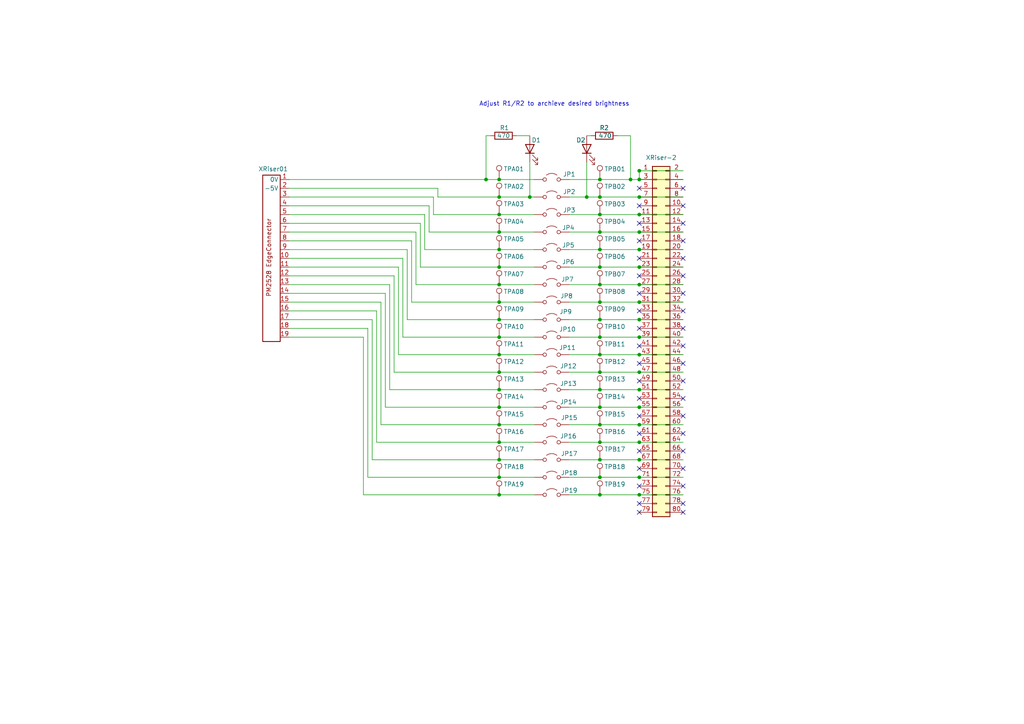
<source format=kicad_sch>
(kicad_sch (version 20250114) (generator "eeschema") (generator_version "9.0")
  (paper "A4")
  (title_block (title "PM2528 - Plugincard Riser") (date "2025-08-06") (rev "2.1") (company "D. Kupers"))
  (lib_symbols
    (symbol "Connector:TestPoint" (pin_numbers (hide yes)) (pin_names (offset 0.762) (hide yes))
      (property "Reference" "TP" (at 0 6.858 0))
      (property "Value" "TestPoint" (at 0 5.08 0))
      (symbol "TestPoint_0_1"
        (circle (center 0 3.302) (radius 0.762))
      )
      (symbol "TestPoint_1_1"
        (pin passive line (at 0 0 90) (length 2.54) (name "1") (number "1"))
      )
    )
    (symbol "Connector_Generic:Conn_02x40_Odd_Even" (pin_names (offset 1.016) (hide yes))
      (property "Reference" "J" (at 1.27 50.8 0))
      (property "Value" "Conn_02x40_Odd_Even" (at 1.27 -53.34 0))
      (symbol "Conn_02x40_Odd_Even_1_1"
        (rectangle (start -1.27 49.53) (end 3.81 -52.07) (stroke (width 0.254)) (fill (type background)))
        (rectangle (start -1.27 48.387) (end 0 48.133) (stroke (width 0.1524)))
        (rectangle (start -1.27 45.847) (end 0 45.593) (stroke (width 0.1524)))
        (rectangle (start -1.27 43.307) (end 0 43.053) (stroke (width 0.1524)))
        (rectangle (start -1.27 40.767) (end 0 40.513) (stroke (width 0.1524)))
        (rectangle (start -1.27 38.227) (end 0 37.973) (stroke (width 0.1524)))
        (rectangle (start -1.27 35.687) (end 0 35.433) (stroke (width 0.1524)))
        (rectangle (start -1.27 33.147) (end 0 32.893) (stroke (width 0.1524)))
        (rectangle (start -1.27 30.607) (end 0 30.353) (stroke (width 0.1524)))
        (rectangle (start -1.27 28.067) (end 0 27.813) (stroke (width 0.1524)))
        (rectangle (start -1.27 25.527) (end 0 25.273) (stroke (width 0.1524)))
        (rectangle (start -1.27 22.987) (end 0 22.733) (stroke (width 0.1524)))
        (rectangle (start -1.27 20.447) (end 0 20.193) (stroke (width 0.1524)))
        (rectangle (start -1.27 17.907) (end 0 17.653) (stroke (width 0.1524)))
        (rectangle (start -1.27 15.367) (end 0 15.113) (stroke (width 0.1524)))
        (rectangle (start -1.27 12.827) (end 0 12.573) (stroke (width 0.1524)))
        (rectangle (start -1.27 10.287) (end 0 10.033) (stroke (width 0.1524)))
        (rectangle (start -1.27 7.747) (end 0 7.493) (stroke (width 0.1524)))
        (rectangle (start -1.27 5.207) (end 0 4.953) (stroke (width 0.1524)))
        (rectangle (start -1.27 2.667) (end 0 2.413) (stroke (width 0.1524)))
        (rectangle (start -1.27 0.127) (end 0 -0.127) (stroke (width 0.1524)))
        (rectangle (start -1.27 -2.413) (end 0 -2.667) (stroke (width 0.1524)))
        (rectangle (start -1.27 -4.953) (end 0 -5.207) (stroke (width 0.1524)))
        (rectangle (start -1.27 -7.493) (end 0 -7.747) (stroke (width 0.1524)))
        (rectangle (start -1.27 -10.033) (end 0 -10.287) (stroke (width 0.1524)))
        (rectangle (start -1.27 -12.573) (end 0 -12.827) (stroke (width 0.1524)))
        (rectangle (start -1.27 -15.113) (end 0 -15.367) (stroke (width 0.1524)))
        (rectangle (start -1.27 -17.653) (end 0 -17.907) (stroke (width 0.1524)))
        (rectangle (start -1.27 -20.193) (end 0 -20.447) (stroke (width 0.1524)))
        (rectangle (start -1.27 -22.733) (end 0 -22.987) (stroke (width 0.1524)))
        (rectangle (start -1.27 -25.273) (end 0 -25.527) (stroke (width 0.1524)))
        (rectangle (start -1.27 -27.813) (end 0 -28.067) (stroke (width 0.1524)))
        (rectangle (start -1.27 -30.353) (end 0 -30.607) (stroke (width 0.1524)))
        (rectangle (start -1.27 -32.893) (end 0 -33.147) (stroke (width 0.1524)))
        (rectangle (start -1.27 -35.433) (end 0 -35.687) (stroke (width 0.1524)))
        (rectangle (start -1.27 -37.973) (end 0 -38.227) (stroke (width 0.1524)))
        (rectangle (start -1.27 -40.513) (end 0 -40.767) (stroke (width 0.1524)))
        (rectangle (start -1.27 -43.053) (end 0 -43.307) (stroke (width 0.1524)))
        (rectangle (start -1.27 -45.593) (end 0 -45.847) (stroke (width 0.1524)))
        (rectangle (start -1.27 -48.133) (end 0 -48.387) (stroke (width 0.1524)))
        (rectangle (start -1.27 -50.673) (end 0 -50.927) (stroke (width 0.1524)))
        (rectangle (start 3.81 48.387) (end 2.54 48.133) (stroke (width 0.1524)))
        (rectangle (start 3.81 45.847) (end 2.54 45.593) (stroke (width 0.1524)))
        (rectangle (start 3.81 43.307) (end 2.54 43.053) (stroke (width 0.1524)))
        (rectangle (start 3.81 40.767) (end 2.54 40.513) (stroke (width 0.1524)))
        (rectangle (start 3.81 38.227) (end 2.54 37.973) (stroke (width 0.1524)))
        (rectangle (start 3.81 35.687) (end 2.54 35.433) (stroke (width 0.1524)))
        (rectangle (start 3.81 33.147) (end 2.54 32.893) (stroke (width 0.1524)))
        (rectangle (start 3.81 30.607) (end 2.54 30.353) (stroke (width 0.1524)))
        (rectangle (start 3.81 28.067) (end 2.54 27.813) (stroke (width 0.1524)))
        (rectangle (start 3.81 25.527) (end 2.54 25.273) (stroke (width 0.1524)))
        (rectangle (start 3.81 22.987) (end 2.54 22.733) (stroke (width 0.1524)))
        (rectangle (start 3.81 20.447) (end 2.54 20.193) (stroke (width 0.1524)))
        (rectangle (start 3.81 17.907) (end 2.54 17.653) (stroke (width 0.1524)))
        (rectangle (start 3.81 15.367) (end 2.54 15.113) (stroke (width 0.1524)))
        (rectangle (start 3.81 12.827) (end 2.54 12.573) (stroke (width 0.1524)))
        (rectangle (start 3.81 10.287) (end 2.54 10.033) (stroke (width 0.1524)))
        (rectangle (start 3.81 7.747) (end 2.54 7.493) (stroke (width 0.1524)))
        (rectangle (start 3.81 5.207) (end 2.54 4.953) (stroke (width 0.1524)))
        (rectangle (start 3.81 2.667) (end 2.54 2.413) (stroke (width 0.1524)))
        (rectangle (start 3.81 0.127) (end 2.54 -0.127) (stroke (width 0.1524)))
        (rectangle (start 3.81 -2.413) (end 2.54 -2.667) (stroke (width 0.1524)))
        (rectangle (start 3.81 -4.953) (end 2.54 -5.207) (stroke (width 0.1524)))
        (rectangle (start 3.81 -7.493) (end 2.54 -7.747) (stroke (width 0.1524)))
        (rectangle (start 3.81 -10.033) (end 2.54 -10.287) (stroke (width 0.1524)))
        (rectangle (start 3.81 -12.573) (end 2.54 -12.827) (stroke (width 0.1524)))
        (rectangle (start 3.81 -15.113) (end 2.54 -15.367) (stroke (width 0.1524)))
        (rectangle (start 3.81 -17.653) (end 2.54 -17.907) (stroke (width 0.1524)))
        (rectangle (start 3.81 -20.193) (end 2.54 -20.447) (stroke (width 0.1524)))
        (rectangle (start 3.81 -22.733) (end 2.54 -22.987) (stroke (width 0.1524)))
        (rectangle (start 3.81 -25.273) (end 2.54 -25.527) (stroke (width 0.1524)))
        (rectangle (start 3.81 -27.813) (end 2.54 -28.067) (stroke (width 0.1524)))
        (rectangle (start 3.81 -30.353) (end 2.54 -30.607) (stroke (width 0.1524)))
        (rectangle (start 3.81 -32.893) (end 2.54 -33.147) (stroke (width 0.1524)))
        (rectangle (start 3.81 -35.433) (end 2.54 -35.687) (stroke (width 0.1524)))
        (rectangle (start 3.81 -37.973) (end 2.54 -38.227) (stroke (width 0.1524)))
        (rectangle (start 3.81 -40.513) (end 2.54 -40.767) (stroke (width 0.1524)))
        (rectangle (start 3.81 -43.053) (end 2.54 -43.307) (stroke (width 0.1524)))
        (rectangle (start 3.81 -45.593) (end 2.54 -45.847) (stroke (width 0.1524)))
        (rectangle (start 3.81 -48.133) (end 2.54 -48.387) (stroke (width 0.1524)))
        (rectangle (start 3.81 -50.673) (end 2.54 -50.927) (stroke (width 0.1524)))
        (pin passive line (at -5.08 48.26 0) (length 3.81) (name "Pin_1") (number "1"))
        (pin passive line (at -5.08 45.72 0) (length 3.81) (name "Pin_3") (number "3"))
        (pin passive line (at -5.08 43.18 0) (length 3.81) (name "Pin_5") (number "5"))
        (pin passive line (at -5.08 40.64 0) (length 3.81) (name "Pin_7") (number "7"))
        (pin passive line (at -5.08 38.1 0) (length 3.81) (name "Pin_9") (number "9"))
        (pin passive line (at -5.08 35.56 0) (length 3.81) (name "Pin_11") (number "11"))
        (pin passive line (at -5.08 33.02 0) (length 3.81) (name "Pin_13") (number "13"))
        (pin passive line (at -5.08 30.48 0) (length 3.81) (name "Pin_15") (number "15"))
        (pin passive line (at -5.08 27.94 0) (length 3.81) (name "Pin_17") (number "17"))
        (pin passive line (at -5.08 25.4 0) (length 3.81) (name "Pin_19") (number "19"))
        (pin passive line (at -5.08 22.86 0) (length 3.81) (name "Pin_21") (number "21"))
        (pin passive line (at -5.08 20.32 0) (length 3.81) (name "Pin_23") (number "23"))
        (pin passive line (at -5.08 17.78 0) (length 3.81) (name "Pin_25") (number "25"))
        (pin passive line (at -5.08 15.24 0) (length 3.81) (name "Pin_27") (number "27"))
        (pin passive line (at -5.08 12.7 0) (length 3.81) (name "Pin_29") (number "29"))
        (pin passive line (at -5.08 10.16 0) (length 3.81) (name "Pin_31") (number "31"))
        (pin passive line (at -5.08 7.62 0) (length 3.81) (name "Pin_33") (number "33"))
        (pin passive line (at -5.08 5.08 0) (length 3.81) (name "Pin_35") (number "35"))
        (pin passive line (at -5.08 2.54 0) (length 3.81) (name "Pin_37") (number "37"))
        (pin passive line (at -5.08 0 0) (length 3.81) (name "Pin_39") (number "39"))
        (pin passive line (at -5.08 -2.54 0) (length 3.81) (name "Pin_41") (number "41"))
        (pin passive line (at -5.08 -5.08 0) (length 3.81) (name "Pin_43") (number "43"))
        (pin passive line (at -5.08 -7.62 0) (length 3.81) (name "Pin_45") (number "45"))
        (pin passive line (at -5.08 -10.16 0) (length 3.81) (name "Pin_47") (number "47"))
        (pin passive line (at -5.08 -12.7 0) (length 3.81) (name "Pin_49") (number "49"))
        (pin passive line (at -5.08 -15.24 0) (length 3.81) (name "Pin_51") (number "51"))
        (pin passive line (at -5.08 -17.78 0) (length 3.81) (name "Pin_53") (number "53"))
        (pin passive line (at -5.08 -20.32 0) (length 3.81) (name "Pin_55") (number "55"))
        (pin passive line (at -5.08 -22.86 0) (length 3.81) (name "Pin_57") (number "57"))
        (pin passive line (at -5.08 -25.4 0) (length 3.81) (name "Pin_59") (number "59"))
        (pin passive line (at -5.08 -27.94 0) (length 3.81) (name "Pin_61") (number "61"))
        (pin passive line (at -5.08 -30.48 0) (length 3.81) (name "Pin_63") (number "63"))
        (pin passive line (at -5.08 -33.02 0) (length 3.81) (name "Pin_65") (number "65"))
        (pin passive line (at -5.08 -35.56 0) (length 3.81) (name "Pin_67") (number "67"))
        (pin passive line (at -5.08 -38.1 0) (length 3.81) (name "Pin_69") (number "69"))
        (pin passive line (at -5.08 -40.64 0) (length 3.81) (name "Pin_71") (number "71"))
        (pin passive line (at -5.08 -43.18 0) (length 3.81) (name "Pin_73") (number "73"))
        (pin passive line (at -5.08 -45.72 0) (length 3.81) (name "Pin_75") (number "75"))
        (pin passive line (at -5.08 -48.26 0) (length 3.81) (name "Pin_77") (number "77"))
        (pin passive line (at -5.08 -50.8 0) (length 3.81) (name "Pin_79") (number "79"))
        (pin passive line (at 7.62 48.26 180) (length 3.81) (name "Pin_2") (number "2"))
        (pin passive line (at 7.62 45.72 180) (length 3.81) (name "Pin_4") (number "4"))
        (pin passive line (at 7.62 43.18 180) (length 3.81) (name "Pin_6") (number "6"))
        (pin passive line (at 7.62 40.64 180) (length 3.81) (name "Pin_8") (number "8"))
        (pin passive line (at 7.62 38.1 180) (length 3.81) (name "Pin_10") (number "10"))
        (pin passive line (at 7.62 35.56 180) (length 3.81) (name "Pin_12") (number "12"))
        (pin passive line (at 7.62 33.02 180) (length 3.81) (name "Pin_14") (number "14"))
        (pin passive line (at 7.62 30.48 180) (length 3.81) (name "Pin_16") (number "16"))
        (pin passive line (at 7.62 27.94 180) (length 3.81) (name "Pin_18") (number "18"))
        (pin passive line (at 7.62 25.4 180) (length 3.81) (name "Pin_20") (number "20"))
        (pin passive line (at 7.62 22.86 180) (length 3.81) (name "Pin_22") (number "22"))
        (pin passive line (at 7.62 20.32 180) (length 3.81) (name "Pin_24") (number "24"))
        (pin passive line (at 7.62 17.78 180) (length 3.81) (name "Pin_26") (number "26"))
        (pin passive line (at 7.62 15.24 180) (length 3.81) (name "Pin_28") (number "28"))
        (pin passive line (at 7.62 12.7 180) (length 3.81) (name "Pin_30") (number "30"))
        (pin passive line (at 7.62 10.16 180) (length 3.81) (name "Pin_32") (number "32"))
        (pin passive line (at 7.62 7.62 180) (length 3.81) (name "Pin_34") (number "34"))
        (pin passive line (at 7.62 5.08 180) (length 3.81) (name "Pin_36") (number "36"))
        (pin passive line (at 7.62 2.54 180) (length 3.81) (name "Pin_38") (number "38"))
        (pin passive line (at 7.62 0 180) (length 3.81) (name "Pin_40") (number "40"))
        (pin passive line (at 7.62 -2.54 180) (length 3.81) (name "Pin_42") (number "42"))
        (pin passive line (at 7.62 -5.08 180) (length 3.81) (name "Pin_44") (number "44"))
        (pin passive line (at 7.62 -7.62 180) (length 3.81) (name "Pin_46") (number "46"))
        (pin passive line (at 7.62 -10.16 180) (length 3.81) (name "Pin_48") (number "48"))
        (pin passive line (at 7.62 -12.7 180) (length 3.81) (name "Pin_50") (number "50"))
        (pin passive line (at 7.62 -15.24 180) (length 3.81) (name "Pin_52") (number "52"))
        (pin passive line (at 7.62 -17.78 180) (length 3.81) (name "Pin_54") (number "54"))
        (pin passive line (at 7.62 -20.32 180) (length 3.81) (name "Pin_56") (number "56"))
        (pin passive line (at 7.62 -22.86 180) (length 3.81) (name "Pin_58") (number "58"))
        (pin passive line (at 7.62 -25.4 180) (length 3.81) (name "Pin_60") (number "60"))
        (pin passive line (at 7.62 -27.94 180) (length 3.81) (name "Pin_62") (number "62"))
        (pin passive line (at 7.62 -30.48 180) (length 3.81) (name "Pin_64") (number "64"))
        (pin passive line (at 7.62 -33.02 180) (length 3.81) (name "Pin_66") (number "66"))
        (pin passive line (at 7.62 -35.56 180) (length 3.81) (name "Pin_68") (number "68"))
        (pin passive line (at 7.62 -38.1 180) (length 3.81) (name "Pin_70") (number "70"))
        (pin passive line (at 7.62 -40.64 180) (length 3.81) (name "Pin_72") (number "72"))
        (pin passive line (at 7.62 -43.18 180) (length 3.81) (name "Pin_74") (number "74"))
        (pin passive line (at 7.62 -45.72 180) (length 3.81) (name "Pin_76") (number "76"))
        (pin passive line (at 7.62 -48.26 180) (length 3.81) (name "Pin_78") (number "78"))
        (pin passive line (at 7.62 -50.8 180) (length 3.81) (name "Pin_80") (number "80"))
      )
    )
    (symbol "Device:LED" (pin_numbers (hide yes)) (pin_names (offset 1.016) (hide yes))
      (property "Reference" "D" (at 0 2.54 0))
      (property "Value" "LED" (at 0 -2.54 0))
      (symbol "LED_0_1"
        (polyline (pts (xy -3.048 -0.762) (xy -4.572 -2.286) (xy -3.81 -2.286) (xy -4.572 -2.286) (xy -4.572 -1.524)))
        (polyline (pts (xy -1.778 -0.762) (xy -3.302 -2.286) (xy -2.54 -2.286) (xy -3.302 -2.286) (xy -3.302 -1.524)))
        (polyline (pts (xy -1.27 0) (xy 1.27 0)))
        (polyline (pts (xy -1.27 -1.27) (xy -1.27 1.27)) (stroke (width 0.254)))
        (polyline (pts (xy 1.27 -1.27) (xy 1.27 1.27) (xy -1.27 0) (xy 1.27 -1.27)) (stroke (width 0.254)))
      )
      (symbol "LED_1_1"
        (pin passive line (at -3.81 0 0) (length 2.54) (name "K") (number "1"))
        (pin passive line (at 3.81 0 180) (length 2.54) (name "A") (number "2"))
      )
    )
    (symbol "Device:R" (pin_numbers (hide yes)) (pin_names (offset 0))
      (property "Reference" "R" (at 2.032 0 90))
      (property "Value" "R" (at 0 0 90))
      (symbol "R_0_1"
        (rectangle (start -1.016 -2.54) (end 1.016 2.54) (stroke (width 0.254)))
      )
      (symbol "R_1_1"
        (pin passive line (at 0 3.81 270) (length 1.27) (name "~") (number "1"))
        (pin passive line (at 0 -3.81 90) (length 1.27) (name "~") (number "2"))
      )
    )
    (symbol "Jumper:Jumper_2_Open" (pin_numbers (hide yes)) (pin_names (offset 0) (hide yes)) (exclude_from_sim yes)
      (property "Reference" "JP" (at 0 2.794 0))
      (property "Value" "Jumper_2_Open" (at 0 -2.286 0))
      (symbol "Jumper_2_Open_0_0"
        (circle (center -2.032 0) (radius 0.508))
        (circle (center 2.032 0) (radius 0.508))
      )
      (symbol "Jumper_2_Open_0_1"
        (arc (start -1.524 1.27) (mid 0 1.778) (end 1.524 1.27))
      )
      (symbol "Jumper_2_Open_1_1"
        (pin passive line (at -5.08 0 0) (length 2.54) (name "A") (number "1"))
        (pin passive line (at 5.08 0 180) (length 2.54) (name "B") (number "2"))
      )
    )
    (symbol "PM2528:PCBEdge_Plugincard"
      (property "Reference" "K" (at -0.508 25.4 0))
      (symbol "PCBEdge_Plugincard_1_1"
        (rectangle (start -2.54 24.13) (end 2.54 -24.13) (stroke (width 0.254)))
        (text "PM2528 EdgeConnector" (at -0.762 0.254 900) (effects (font (size 1.27 1.27))))
        (pin passive line (at 5.08 22.86 180) (length 2.54) (name "0V") (number "1"))
        (pin passive line (at 5.08 20.32 180) (length 2.54) (name "-5V") (number "2"))
        (pin passive line (at 5.08 17.78 180) (length 2.54) (name "") (number "3"))
        (pin passive line (at 5.08 15.24 180) (length 2.54) (name "") (number "4"))
        (pin passive line (at 5.08 12.7 180) (length 2.54) (name "") (number "5"))
        (pin passive line (at 5.08 10.16 180) (length 2.54) (name "") (number "6"))
        (pin passive line (at 5.08 7.62 180) (length 2.54) (name "") (number "7"))
        (pin passive line (at 5.08 5.08 180) (length 2.54) (name "") (number "8"))
        (pin passive line (at 5.08 2.54 180) (length 2.54) (name "") (number "9"))
        (pin passive line (at 5.08 0 180) (length 2.54) (name "") (number "10"))
        (pin passive line (at 5.08 -2.54 180) (length 2.54) (name "") (number "11"))
        (pin passive line (at 5.08 -5.08 180) (length 2.54) (name "") (number "12"))
        (pin passive line (at 5.08 -7.62 180) (length 2.54) (name "") (number "13"))
        (pin passive line (at 5.08 -10.16 180) (length 2.54) (name "") (number "14"))
        (pin passive line (at 5.08 -12.7 180) (length 2.54) (name "") (number "15"))
        (pin passive line (at 5.08 -15.24 180) (length 2.54) (name "") (number "16"))
        (pin passive line (at 5.08 -17.78 180) (length 2.54) (name "") (number "17"))
        (pin passive line (at 5.08 -20.32 180) (length 2.54) (name "") (number "18"))
        (pin passive line (at 5.08 -22.86 180) (length 2.54) (name "") (number "19"))
      )
    )
  )
  (text "Adjust R1/R2 to archieve desired brightness" (at 160.782 30.226 0) (effects (font (size 1.27 1.27))))
  (junction (at 185.42 57.15))
  (junction (at 144.78 123.19))
  (junction (at 185.42 72.39))
  (junction (at 173.99 72.39))
  (junction (at 144.78 77.47))
  (junction (at 144.78 72.39))
  (junction (at 185.42 138.43))
  (junction (at 173.99 143.51))
  (junction (at 144.78 102.87))
  (junction (at 173.99 102.87))
  (junction (at 185.42 113.03))
  (junction (at 173.99 107.95))
  (junction (at 173.99 92.71))
  (junction (at 173.99 133.35))
  (junction (at 173.99 138.43))
  (junction (at 173.99 87.63))
  (junction (at 173.99 57.15))
  (junction (at 140.97 52.07))
  (junction (at 185.42 128.27))
  (junction (at 173.99 67.31))
  (junction (at 173.99 62.23))
  (junction (at 185.42 133.35))
  (junction (at 144.78 57.15))
  (junction (at 173.99 52.07))
  (junction (at 185.42 102.87))
  (junction (at 144.78 67.31))
  (junction (at 185.42 123.19))
  (junction (at 185.42 52.07))
  (junction (at 144.78 52.07))
  (junction (at 144.78 143.51))
  (junction (at 144.78 82.55))
  (junction (at 153.67 57.15))
  (junction (at 144.78 97.79))
  (junction (at 144.78 107.95))
  (junction (at 185.42 67.31))
  (junction (at 173.99 82.55))
  (junction (at 173.99 77.47))
  (junction (at 144.78 113.03))
  (junction (at 185.42 92.71))
  (junction (at 185.42 118.11))
  (junction (at 144.78 92.71))
  (junction (at 185.42 62.23))
  (junction (at 144.78 133.35))
  (junction (at 185.42 107.95))
  (junction (at 185.42 143.51))
  (junction (at 185.42 97.79))
  (junction (at 144.78 87.63))
  (junction (at 185.42 77.47))
  (junction (at 144.78 128.27))
  (junction (at 173.99 128.27))
  (junction (at 173.99 113.03))
  (junction (at 173.99 97.79))
  (junction (at 144.78 118.11))
  (junction (at 185.42 49.53))
  (junction (at 144.78 138.43))
  (junction (at 185.42 87.63))
  (junction (at 185.42 82.55))
  (junction (at 173.99 123.19))
  (junction (at 144.78 62.23))
  (junction (at 170.18 57.15))
  (junction (at 182.88 52.07))
  (junction (at 173.99 118.11))
  (no_connect (at 198.12 54.61))
  (no_connect (at 185.42 100.33))
  (no_connect (at 198.12 105.41))
  (no_connect (at 185.42 115.57))
  (no_connect (at 185.42 85.09))
  (no_connect (at 185.42 146.05))
  (no_connect (at 198.12 64.77))
  (no_connect (at 185.42 120.65))
  (no_connect (at 198.12 69.85))
  (no_connect (at 198.12 135.89))
  (no_connect (at 198.12 115.57))
  (no_connect (at 185.42 74.93))
  (no_connect (at 198.12 80.01))
  (no_connect (at 185.42 125.73))
  (no_connect (at 185.42 95.25))
  (no_connect (at 198.12 90.17))
  (no_connect (at 185.42 130.81))
  (no_connect (at 198.12 74.93))
  (no_connect (at 198.12 140.97))
  (no_connect (at 198.12 110.49))
  (no_connect (at 185.42 64.77))
  (no_connect (at 185.42 110.49))
  (no_connect (at 198.12 148.59))
  (no_connect (at 198.12 95.25))
  (no_connect (at 185.42 69.85))
  (no_connect (at 198.12 130.81))
  (no_connect (at 198.12 146.05))
  (no_connect (at 185.42 54.61))
  (no_connect (at 198.12 59.69))
  (no_connect (at 185.42 59.69))
  (no_connect (at 198.12 100.33))
  (no_connect (at 185.42 105.41))
  (no_connect (at 198.12 120.65))
  (no_connect (at 185.42 80.01))
  (no_connect (at 185.42 140.97))
  (no_connect (at 198.12 85.09))
  (no_connect (at 185.42 148.59))
  (no_connect (at 198.12 125.73))
  (no_connect (at 185.42 90.17))
  (no_connect (at 185.42 135.89))
  (wire (pts (xy 116.84 97.79) (xy 144.78 97.79)))
  (wire (pts (xy 185.42 87.63) (xy 198.12 87.63)))
  (wire (pts (xy 114.3 107.95) (xy 114.3 80.01)))
  (wire (pts (xy 114.3 107.95) (xy 144.78 107.95)))
  (wire (pts (xy 144.78 72.39) (xy 154.94 72.39)))
  (wire (pts (xy 165.1 87.63) (xy 173.99 87.63)))
  (wire (pts (xy 198.12 138.43) (xy 185.42 138.43)))
  (wire (pts (xy 118.11 92.71) (xy 144.78 92.71)))
  (wire (pts (xy 173.99 72.39) (xy 185.42 72.39)))
  (wire (pts (xy 198.12 113.03) (xy 185.42 113.03)))
  (wire (pts (xy 115.57 77.47) (xy 83.82 77.47)))
  (wire (pts (xy 165.1 92.71) (xy 173.99 92.71)))
  (wire (pts (xy 144.78 128.27) (xy 154.94 128.27)))
  (wire (pts (xy 123.19 62.23) (xy 83.82 62.23)))
  (wire (pts (xy 144.78 97.79) (xy 154.94 97.79)))
  (wire (pts (xy 120.65 67.31) (xy 83.82 67.31)))
  (wire (pts (xy 165.1 97.79) (xy 173.99 97.79)))
  (wire (pts (xy 173.99 123.19) (xy 185.42 123.19)))
  (wire (pts (xy 185.42 57.15) (xy 198.12 57.15)))
  (wire (pts (xy 115.57 77.47) (xy 115.57 102.87)))
  (wire (pts (xy 185.42 118.11) (xy 198.12 118.11)))
  (wire (pts (xy 185.42 67.31) (xy 198.12 67.31)))
  (wire (pts (xy 182.88 52.07) (xy 185.42 52.07)))
  (wire (pts (xy 125.73 57.15) (xy 83.82 57.15)))
  (wire (pts (xy 124.46 59.69) (xy 83.82 59.69)))
  (wire (pts (xy 185.42 133.35) (xy 198.12 133.35)))
  (wire (pts (xy 144.78 82.55) (xy 154.94 82.55)))
  (wire (pts (xy 144.78 118.11) (xy 154.94 118.11)))
  (wire (pts (xy 173.99 118.11) (xy 185.42 118.11)))
  (wire (pts (xy 173.99 87.63) (xy 185.42 87.63)))
  (wire (pts (xy 106.68 138.43) (xy 144.78 138.43)))
  (wire (pts (xy 165.1 72.39) (xy 173.99 72.39)))
  (wire (pts (xy 83.82 52.07) (xy 140.97 52.07)))
  (wire (pts (xy 125.73 62.23) (xy 144.78 62.23)))
  (wire (pts (xy 144.78 87.63) (xy 154.94 87.63)))
  (wire (pts (xy 165.1 82.55) (xy 173.99 82.55)))
  (wire (pts (xy 118.11 72.39) (xy 83.82 72.39)))
  (wire (pts (xy 170.18 57.15) (xy 173.99 57.15)))
  (wire (pts (xy 185.42 143.51) (xy 198.12 143.51)))
  (wire (pts (xy 185.42 62.23) (xy 198.12 62.23)))
  (wire (pts (xy 173.99 138.43) (xy 185.42 138.43)))
  (wire (pts (xy 185.42 49.53) (xy 198.12 49.53)))
  (wire (pts (xy 165.1 102.87) (xy 173.99 102.87)))
  (wire (pts (xy 165.1 143.51) (xy 173.99 143.51)))
  (wire (pts (xy 170.18 46.99) (xy 170.18 57.15)))
  (wire (pts (xy 185.42 92.71) (xy 198.12 92.71)))
  (wire (pts (xy 165.1 118.11) (xy 173.99 118.11)))
  (wire (pts (xy 173.99 128.27) (xy 185.42 128.27)))
  (wire (pts (xy 173.99 102.87) (xy 185.42 102.87)))
  (wire (pts (xy 153.67 57.15) (xy 154.94 57.15)))
  (wire (pts (xy 119.38 87.63) (xy 144.78 87.63)))
  (wire (pts (xy 113.03 113.03) (xy 113.03 82.55)))
  (wire (pts (xy 114.3 80.01) (xy 83.82 80.01)))
  (wire (pts (xy 173.99 107.95) (xy 185.42 107.95)))
  (wire (pts (xy 119.38 69.85) (xy 83.82 69.85)))
  (wire (pts (xy 105.41 143.51) (xy 144.78 143.51)))
  (wire (pts (xy 111.76 118.11) (xy 111.76 85.09)))
  (wire (pts (xy 165.1 62.23) (xy 173.99 62.23)))
  (wire (pts (xy 165.1 67.31) (xy 173.99 67.31)))
  (wire (pts (xy 144.78 67.31) (xy 154.94 67.31)))
  (wire (pts (xy 198.12 128.27) (xy 185.42 128.27)))
  (wire (pts (xy 144.78 123.19) (xy 154.94 123.19)))
  (wire (pts (xy 140.97 39.37) (xy 140.97 52.07)))
  (wire (pts (xy 105.41 97.79) (xy 83.82 97.79)))
  (wire (pts (xy 173.99 97.79) (xy 185.42 97.79)))
  (wire (pts (xy 127 54.61) (xy 127 57.15)))
  (wire (pts (xy 109.22 128.27) (xy 109.22 90.17)))
  (wire (pts (xy 144.78 77.47) (xy 154.94 77.47)))
  (wire (pts (xy 121.92 64.77) (xy 121.92 77.47)))
  (wire (pts (xy 110.49 87.63) (xy 83.82 87.63)))
  (wire (pts (xy 144.78 57.15) (xy 153.67 57.15)))
  (wire (pts (xy 106.68 138.43) (xy 106.68 95.25)))
  (wire (pts (xy 144.78 138.43) (xy 154.94 138.43)))
  (wire (pts (xy 185.42 49.53) (xy 185.42 52.07)))
  (wire (pts (xy 198.12 72.39) (xy 185.42 72.39)))
  (wire (pts (xy 140.97 52.07) (xy 144.78 52.07)))
  (wire (pts (xy 107.95 133.35) (xy 107.95 92.71)))
  (wire (pts (xy 144.78 92.71) (xy 154.94 92.71)))
  (wire (pts (xy 113.03 82.55) (xy 83.82 82.55)))
  (wire (pts (xy 165.1 57.15) (xy 170.18 57.15)))
  (wire (pts (xy 121.92 77.47) (xy 144.78 77.47)))
  (wire (pts (xy 106.68 95.25) (xy 83.82 95.25)))
  (wire (pts (xy 121.92 64.77) (xy 83.82 64.77)))
  (wire (pts (xy 149.86 39.37) (xy 153.67 39.37)))
  (wire (pts (xy 185.42 77.47) (xy 198.12 77.47)))
  (wire (pts (xy 115.57 102.87) (xy 144.78 102.87)))
  (wire (pts (xy 113.03 113.03) (xy 144.78 113.03)))
  (wire (pts (xy 185.42 107.95) (xy 198.12 107.95)))
  (wire (pts (xy 165.1 123.19) (xy 173.99 123.19)))
  (wire (pts (xy 173.99 133.35) (xy 185.42 133.35)))
  (wire (pts (xy 107.95 92.71) (xy 83.82 92.71)))
  (wire (pts (xy 116.84 74.93) (xy 83.82 74.93)))
  (wire (pts (xy 124.46 59.69) (xy 124.46 67.31)))
  (wire (pts (xy 119.38 69.85) (xy 119.38 87.63)))
  (wire (pts (xy 144.78 143.51) (xy 154.94 143.51)))
  (wire (pts (xy 107.95 133.35) (xy 144.78 133.35)))
  (wire (pts (xy 165.1 113.03) (xy 173.99 113.03)))
  (wire (pts (xy 165.1 133.35) (xy 173.99 133.35)))
  (wire (pts (xy 173.99 82.55) (xy 185.42 82.55)))
  (wire (pts (xy 144.78 102.87) (xy 154.94 102.87)))
  (wire (pts (xy 170.18 39.37) (xy 171.45 39.37)))
  (wire (pts (xy 185.42 123.19) (xy 198.12 123.19)))
  (wire (pts (xy 110.49 123.19) (xy 144.78 123.19)))
  (wire (pts (xy 165.1 77.47) (xy 173.99 77.47)))
  (wire (pts (xy 109.22 128.27) (xy 144.78 128.27)))
  (wire (pts (xy 165.1 138.43) (xy 173.99 138.43)))
  (wire (pts (xy 173.99 92.71) (xy 185.42 92.71)))
  (wire (pts (xy 124.46 67.31) (xy 144.78 67.31)))
  (wire (pts (xy 125.73 57.15) (xy 125.73 62.23)))
  (wire (pts (xy 173.99 67.31) (xy 185.42 67.31)))
  (wire (pts (xy 198.12 82.55) (xy 185.42 82.55)))
  (wire (pts (xy 83.82 54.61) (xy 127 54.61)))
  (wire (pts (xy 144.78 62.23) (xy 154.94 62.23)))
  (wire (pts (xy 109.22 90.17) (xy 83.82 90.17)))
  (wire (pts (xy 182.88 39.37) (xy 182.88 52.07)))
  (wire (pts (xy 142.24 39.37) (xy 140.97 39.37)))
  (wire (pts (xy 116.84 74.93) (xy 116.84 97.79)))
  (wire (pts (xy 173.99 57.15) (xy 185.42 57.15)))
  (wire (pts (xy 165.1 128.27) (xy 173.99 128.27)))
  (wire (pts (xy 173.99 62.23) (xy 185.42 62.23)))
  (wire (pts (xy 165.1 52.07) (xy 173.99 52.07)))
  (wire (pts (xy 144.78 113.03) (xy 154.94 113.03)))
  (wire (pts (xy 179.07 39.37) (xy 182.88 39.37)))
  (wire (pts (xy 173.99 143.51) (xy 185.42 143.51)))
  (wire (pts (xy 120.65 82.55) (xy 144.78 82.55)))
  (wire (pts (xy 127 57.15) (xy 144.78 57.15)))
  (wire (pts (xy 118.11 72.39) (xy 118.11 92.71)))
  (wire (pts (xy 110.49 123.19) (xy 110.49 87.63)))
  (wire (pts (xy 185.42 102.87) (xy 198.12 102.87)))
  (wire (pts (xy 198.12 97.79) (xy 185.42 97.79)))
  (wire (pts (xy 173.99 52.07) (xy 182.88 52.07)))
  (wire (pts (xy 144.78 107.95) (xy 154.94 107.95)))
  (wire (pts (xy 173.99 77.47) (xy 185.42 77.47)))
  (wire (pts (xy 111.76 85.09) (xy 83.82 85.09)))
  (wire (pts (xy 123.19 62.23) (xy 123.19 72.39)))
  (wire (pts (xy 173.99 113.03) (xy 185.42 113.03)))
  (wire (pts (xy 123.19 72.39) (xy 144.78 72.39)))
  (wire (pts (xy 105.41 143.51) (xy 105.41 97.79)))
  (wire (pts (xy 144.78 52.07) (xy 154.94 52.07)))
  (wire (pts (xy 111.76 118.11) (xy 144.78 118.11)))
  (wire (pts (xy 144.78 133.35) (xy 154.94 133.35)))
  (wire (pts (xy 120.65 67.31) (xy 120.65 82.55)))
  (wire (pts (xy 153.67 46.99) (xy 153.67 57.15)))
  (wire (pts (xy 165.1 107.95) (xy 173.99 107.95)))
  (wire (pts (xy 185.42 52.07) (xy 198.12 52.07)))
  (symbol (lib_id "Connector:TestPoint") (at 144.78 138.43 0) (unit 1)
    (property "Reference" "TPA18" (at 146.05 135.382 0) (effects (justify left)))
    (property "Value" "TestPoint" (effects (hide yes)))
    (property "Footprint" "Connector_Pin:Pin_D1.0mm_L10.0mm" (effects (hide yes)))
    (property "Description" "test point" (effects (hide yes)))
  )
  (symbol (lib_id "Connector:TestPoint") (at 144.78 77.47 0) (unit 1)
    (property "Reference" "TPA06" (at 146.05 74.422 0) (effects (justify left)))
    (property "Value" "TestPoint" (effects (hide yes)))
    (property "Footprint" "Connector_Pin:Pin_D1.0mm_L10.0mm" (effects (hide yes)))
    (property "Description" "test point" (effects (hide yes)))
  )
  (symbol (lib_id "Connector:TestPoint") (at 144.78 72.39 0) (unit 1)
    (property "Reference" "TPA05" (at 146.05 69.342 0) (effects (justify left)))
    (property "Value" "TestPoint" (effects (hide yes)))
    (property "Footprint" "Connector_Pin:Pin_D1.0mm_L10.0mm" (effects (hide yes)))
    (property "Description" "test point" (effects (hide yes)))
  )
  (symbol (lib_id "Connector:TestPoint") (at 173.99 113.03 0) (unit 1)
    (property "Reference" "TPB13" (at 175.26 109.982 0) (effects (justify left)))
    (property "Value" "TestPoint" (effects (hide yes)))
    (property "Footprint" "TestPoint:TestPoint_Loop_D1.80mm_Drill1.0mm_Beaded" (effects (hide yes)))
    (property "Description" "test point" (effects (hide yes)))
  )
  (symbol (lib_id "Connector:TestPoint") (at 173.99 57.15 0) (unit 1)
    (property "Reference" "TPB02" (at 175.26 54.102 0) (effects (justify left)))
    (property "Value" "TestPoint" (effects (hide yes)))
    (property "Footprint" "TestPoint:TestPoint_Loop_D1.80mm_Drill1.0mm_Beaded" (effects (hide yes)))
    (property "Description" "test point" (effects (hide yes)))
  )
  (symbol (lib_id "Connector:TestPoint") (at 144.78 123.19 0) (unit 1)
    (property "Reference" "TPA15" (at 146.05 120.142 0) (effects (justify left)))
    (property "Value" "TestPoint" (effects (hide yes)))
    (property "Footprint" "Connector_Pin:Pin_D1.0mm_L10.0mm" (effects (hide yes)))
    (property "Description" "test point" (effects (hide yes)))
  )
  (symbol (lib_id "Jumper:Jumper_2_Open") (at 160.02 123.19 0) (unit 1) (exclude_from_sim yes)
    (property "Reference" "JP15" (at 165.1 121.158 0))
    (property "Value" "Jumper_2_Open" (effects (hide yes)))
    (property "Footprint" "Connector_PinHeader_2.54mm:PinHeader_1x02_P2.54mm_Vertical" (effects (hide yes)))
    (property "Description" "Jumper, 2-pole, open" (effects (hide yes)))
  )
  (symbol (lib_id "Jumper:Jumper_2_Open") (at 160.02 77.47 0) (unit 1) (exclude_from_sim yes)
    (property "Reference" "JP6" (at 164.846 75.946 0))
    (property "Value" "Jumper_2_Open" (effects (hide yes)))
    (property "Footprint" "Connector_PinHeader_2.54mm:PinHeader_1x02_P2.54mm_Vertical" (effects (hide yes)))
    (property "Description" "Jumper, 2-pole, open" (effects (hide yes)))
  )
  (symbol (lib_id "Connector:TestPoint") (at 173.99 123.19 0) (unit 1)
    (property "Reference" "TPB15" (at 175.26 120.142 0) (effects (justify left)))
    (property "Value" "TestPoint" (effects (hide yes)))
    (property "Footprint" "TestPoint:TestPoint_Loop_D1.80mm_Drill1.0mm_Beaded" (effects (hide yes)))
    (property "Description" "test point" (effects (hide yes)))
  )
  (symbol (lib_id "Jumper:Jumper_2_Open") (at 160.02 57.15 0) (unit 1) (exclude_from_sim yes)
    (property "Reference" "JP2" (at 165.1 55.626 0))
    (property "Value" "Jumper_2_Open" (effects (hide yes)))
    (property "Footprint" "Connector_PinHeader_2.54mm:PinHeader_1x02_P2.54mm_Vertical" (effects (hide yes)))
    (property "Description" "Jumper, 2-pole, open" (effects (hide yes)))
  )
  (symbol (lib_id "Jumper:Jumper_2_Open") (at 160.02 107.95 0) (unit 1) (exclude_from_sim yes)
    (property "Reference" "JP12" (at 164.846 106.172 0))
    (property "Value" "Jumper_2_Open" (effects (hide yes)))
    (property "Footprint" "Connector_PinHeader_2.54mm:PinHeader_1x02_P2.54mm_Vertical" (effects (hide yes)))
    (property "Description" "Jumper, 2-pole, open" (effects (hide yes)))
  )
  (symbol (lib_id "Connector:TestPoint") (at 173.99 77.47 0) (unit 1)
    (property "Reference" "TPB06" (at 175.26 74.422 0) (effects (justify left)))
    (property "Value" "TestPoint" (effects (hide yes)))
    (property "Footprint" "TestPoint:TestPoint_Loop_D1.80mm_Drill1.0mm_Beaded" (effects (hide yes)))
    (property "Description" "test point" (effects (hide yes)))
  )
  (symbol (lib_id "Jumper:Jumper_2_Open") (at 160.02 72.39 0) (unit 1) (exclude_from_sim yes)
    (property "Reference" "JP5" (at 164.846 71.12 0))
    (property "Value" "Jumper_2_Open" (effects (hide yes)))
    (property "Footprint" "Connector_PinHeader_2.54mm:PinHeader_1x02_P2.54mm_Vertical" (effects (hide yes)))
    (property "Description" "Jumper, 2-pole, open" (effects (hide yes)))
  )
  (symbol (lib_id "Device:R") (at 146.05 39.37 90) (unit 1)
    (property "Reference" "R1" (at 146.304 37.084 90))
    (property "Value" "470" (at 146.05 39.37 90))
    (property "Footprint" "Resistor_SMD:R_0805_2012Metric_Pad1.20x1.40mm_HandSolder" (effects (hide yes)))
    (property "Description" "Resistor" (effects (hide yes)))
  )
  (symbol (lib_id "Connector:TestPoint") (at 173.99 97.79 0) (unit 1)
    (property "Reference" "TPB10" (at 175.26 94.742 0) (effects (justify left)))
    (property "Value" "TestPoint" (effects (hide yes)))
    (property "Footprint" "TestPoint:TestPoint_Loop_D1.80mm_Drill1.0mm_Beaded" (effects (hide yes)))
    (property "Description" "test point" (effects (hide yes)))
  )
  (symbol (lib_id "Connector:TestPoint") (at 144.78 82.55 0) (unit 1)
    (property "Reference" "TPA07" (at 146.05 79.502 0) (effects (justify left)))
    (property "Value" "TestPoint" (effects (hide yes)))
    (property "Footprint" "Connector_Pin:Pin_D1.0mm_L10.0mm" (effects (hide yes)))
    (property "Description" "test point" (effects (hide yes)))
  )
  (symbol (lib_id "Jumper:Jumper_2_Open") (at 160.02 62.23 0) (unit 1) (exclude_from_sim yes)
    (property "Reference" "JP3" (at 165.1 60.96 0))
    (property "Value" "Jumper_2_Open" (effects (hide yes)))
    (property "Footprint" "Connector_PinHeader_2.54mm:PinHeader_1x02_P2.54mm_Vertical" (effects (hide yes)))
    (property "Description" "Jumper, 2-pole, open" (effects (hide yes)))
  )
  (symbol (lib_id "Jumper:Jumper_2_Open") (at 160.02 52.07 0) (unit 1) (exclude_from_sim yes)
    (property "Reference" "JP1" (at 165.1 50.546 0))
    (property "Value" "Jumper_2_Open" (effects (hide yes)))
    (property "Footprint" "Connector_PinHeader_2.54mm:PinHeader_1x02_P2.54mm_Vertical" (effects (hide yes)))
    (property "Description" "Jumper, 2-pole, open" (effects (hide yes)))
  )
  (symbol (lib_id "Connector:TestPoint") (at 173.99 87.63 0) (unit 1)
    (property "Reference" "TPB08" (at 175.26 84.582 0) (effects (justify left)))
    (property "Value" "TestPoint" (effects (hide yes)))
    (property "Footprint" "TestPoint:TestPoint_Loop_D1.80mm_Drill1.0mm_Beaded" (effects (hide yes)))
    (property "Description" "test point" (effects (hide yes)))
  )
  (symbol (lib_id "Jumper:Jumper_2_Open") (at 160.02 97.79 0) (unit 1) (exclude_from_sim yes)
    (property "Reference" "JP10" (at 164.592 95.504 0))
    (property "Value" "Jumper_2_Open" (effects (hide yes)))
    (property "Footprint" "Connector_PinHeader_2.54mm:PinHeader_1x02_P2.54mm_Vertical" (effects (hide yes)))
    (property "Description" "Jumper, 2-pole, open" (effects (hide yes)))
  )
  (symbol (lib_id "Jumper:Jumper_2_Open") (at 160.02 133.35 0) (unit 1) (exclude_from_sim yes)
    (property "Reference" "JP17" (at 165.1 131.572 0))
    (property "Value" "Jumper_2_Open" (effects (hide yes)))
    (property "Footprint" "Connector_PinHeader_2.54mm:PinHeader_1x02_P2.54mm_Vertical" (effects (hide yes)))
    (property "Description" "Jumper, 2-pole, open" (effects (hide yes)))
  )
  (symbol (lib_id "Device:R") (at 175.26 39.37 90) (unit 1)
    (property "Reference" "R2" (at 175.26 37.084 90))
    (property "Value" "470" (at 175.514 39.37 90))
    (property "Footprint" "Resistor_SMD:R_0805_2012Metric_Pad1.20x1.40mm_HandSolder" (effects (hide yes)))
    (property "Description" "Resistor" (effects (hide yes)))
  )
  (symbol (lib_id "Jumper:Jumper_2_Open") (at 160.02 128.27 0) (unit 1) (exclude_from_sim yes)
    (property "Reference" "JP16" (at 164.846 126.492 0))
    (property "Value" "Jumper_2_Open" (effects (hide yes)))
    (property "Footprint" "Connector_PinHeader_2.54mm:PinHeader_1x02_P2.54mm_Vertical" (effects (hide yes)))
    (property "Description" "Jumper, 2-pole, open" (effects (hide yes)))
  )
  (symbol (lib_id "Jumper:Jumper_2_Open") (at 160.02 67.31 0) (unit 1) (exclude_from_sim yes)
    (property "Reference" "JP4" (at 164.846 66.04 0))
    (property "Value" "Jumper_2_Open" (effects (hide yes)))
    (property "Footprint" "Connector_PinHeader_2.54mm:PinHeader_1x02_P2.54mm_Vertical" (effects (hide yes)))
    (property "Description" "Jumper, 2-pole, open" (effects (hide yes)))
  )
  (symbol (lib_id "Connector:TestPoint") (at 144.78 52.07 0) (unit 1)
    (property "Reference" "TPA01" (at 146.05 49.022 0) (effects (justify left)))
    (property "Value" "TestPoint" (effects (hide yes)))
    (property "Footprint" "Connector_Pin:Pin_D1.0mm_L10.0mm" (effects (hide yes)))
    (property "Description" "test point" (effects (hide yes)))
  )
  (symbol (lib_id "Jumper:Jumper_2_Open") (at 160.02 118.11 0) (unit 1) (exclude_from_sim yes)
    (property "Reference" "JP14" (at 164.846 116.586 0))
    (property "Value" "Jumper_2_Open" (effects (hide yes)))
    (property "Footprint" "Connector_PinHeader_2.54mm:PinHeader_1x02_P2.54mm_Vertical" (effects (hide yes)))
    (property "Description" "Jumper, 2-pole, open" (effects (hide yes)))
  )
  (symbol (lib_id "Jumper:Jumper_2_Open") (at 160.02 102.87 0) (unit 1) (exclude_from_sim yes)
    (property "Reference" "JP11" (at 164.592 100.838 0))
    (property "Value" "Jumper_2_Open" (effects (hide yes)))
    (property "Footprint" "Connector_PinHeader_2.54mm:PinHeader_1x02_P2.54mm_Vertical" (effects (hide yes)))
    (property "Description" "Jumper, 2-pole, open" (effects (hide yes)))
  )
  (symbol (lib_id "Connector:TestPoint") (at 144.78 143.51 0) (unit 1)
    (property "Reference" "TPA19" (at 146.05 140.462 0) (effects (justify left)))
    (property "Value" "TestPoint" (effects (hide yes)))
    (property "Footprint" "Connector_Pin:Pin_D1.0mm_L10.0mm" (effects (hide yes)))
    (property "Description" "test point" (effects (hide yes)))
  )
  (symbol (lib_id "Jumper:Jumper_2_Open") (at 160.02 92.71 0) (unit 1) (exclude_from_sim yes)
    (property "Reference" "JP9" (at 164.084 90.424 0))
    (property "Value" "Jumper_2_Open" (effects (hide yes)))
    (property "Footprint" "Connector_PinHeader_2.54mm:PinHeader_1x02_P2.54mm_Vertical" (effects (hide yes)))
    (property "Description" "Jumper, 2-pole, open" (effects (hide yes)))
  )
  (symbol (lib_id "Device:LED") (at 170.18 43.18 90) (unit 1)
    (property "Reference" "D2" (at 167.132 40.64 90) (effects (justify right)))
    (property "Value" "LED" (effects (hide yes)))
    (property "Footprint" "LED_SMD:LED_0805_2012Metric" (effects (hide yes)))
    (property "Description" "Light emitting diode" (effects (hide yes)))
    (property "Sim.Pins" "1=K 2=A" (effects (hide yes)))
  )
  (symbol (lib_id "Connector:TestPoint") (at 173.99 143.51 0) (unit 1)
    (property "Reference" "TPB19" (at 175.26 140.462 0) (effects (justify left)))
    (property "Value" "TestPoint" (effects (hide yes)))
    (property "Footprint" "TestPoint:TestPoint_Loop_D1.80mm_Drill1.0mm_Beaded" (effects (hide yes)))
    (property "Description" "test point" (effects (hide yes)))
  )
  (symbol (lib_id "Connector:TestPoint") (at 144.78 97.79 0) (unit 1)
    (property "Reference" "TPA10" (at 146.05 94.742 0) (effects (justify left)))
    (property "Value" "TestPoint" (effects (hide yes)))
    (property "Footprint" "Connector_Pin:Pin_D1.0mm_L10.0mm" (effects (hide yes)))
    (property "Description" "test point" (effects (hide yes)))
  )
  (symbol (lib_id "Connector:TestPoint") (at 173.99 107.95 0) (unit 1)
    (property "Reference" "TPB12" (at 175.26 104.902 0) (effects (justify left)))
    (property "Value" "TestPoint" (effects (hide yes)))
    (property "Footprint" "TestPoint:TestPoint_Loop_D1.80mm_Drill1.0mm_Beaded" (effects (hide yes)))
    (property "Description" "test point" (effects (hide yes)))
  )
  (symbol (lib_id "PM2528:PCBEdge_Plugincard") (at 78.74 74.93 0) (unit 1)
    (property "Reference" "XRiser01" (at 79.248 49.022 0))
    (property "Footprint" "PM2528:PM2528_RiserCardConnector" (effects (hide yes)))
  )
  (symbol (lib_id "Connector_Generic:Conn_02x40_Odd_Even") (at 190.5 97.79 0) (unit 1)
    (property "Reference" "XRiser-2" (at 191.77 45.72 0))
    (property "Value" "Conn_02x40_Odd_Even" (effects (hide yes)))
    (property "Footprint" "PM2528:CONN EDGE DUAL FMALE 80POS 0.100" (effects (hide yes)))
    (property "Description" "Generic connector, double row, 02x40, odd/even pin numbering scheme (row 1 odd numbers, row 2 even numbers), script generated (kicad-library-utils/schlib/autogen/connector/)" (effects (hide yes)))
  )
  (symbol (lib_id "Jumper:Jumper_2_Open") (at 160.02 138.43 0) (unit 1) (exclude_from_sim yes)
    (property "Reference" "JP18" (at 165.1 137.16 0))
    (property "Value" "Jumper_2_Open" (effects (hide yes)))
    (property "Footprint" "Connector_PinHeader_2.54mm:PinHeader_1x02_P2.54mm_Vertical" (effects (hide yes)))
    (property "Description" "Jumper, 2-pole, open" (effects (hide yes)))
  )
  (symbol (lib_id "Connector:TestPoint") (at 173.99 138.43 0) (unit 1)
    (property "Reference" "TPB18" (at 175.26 135.382 0) (effects (justify left)))
    (property "Value" "TestPoint" (effects (hide yes)))
    (property "Footprint" "TestPoint:TestPoint_Loop_D1.80mm_Drill1.0mm_Beaded" (effects (hide yes)))
    (property "Description" "test point" (effects (hide yes)))
  )
  (symbol (lib_id "Connector:TestPoint") (at 173.99 102.87 0) (unit 1)
    (property "Reference" "TPB11" (at 175.26 99.822 0) (effects (justify left)))
    (property "Value" "TestPoint" (effects (hide yes)))
    (property "Footprint" "TestPoint:TestPoint_Loop_D1.80mm_Drill1.0mm_Beaded" (effects (hide yes)))
    (property "Description" "test point" (effects (hide yes)))
  )
  (symbol (lib_id "Device:LED") (at 153.67 43.18 90) (unit 1)
    (property "Reference" "D1" (at 154.178 40.64 90) (effects (justify right)))
    (property "Value" "LED" (effects (hide yes)))
    (property "Footprint" "LED_SMD:LED_0805_2012Metric" (effects (hide yes)))
    (property "Description" "Light emitting diode" (effects (hide yes)))
    (property "Sim.Pins" "1=K 2=A" (effects (hide yes)))
  )
  (symbol (lib_id "Connector:TestPoint") (at 144.78 107.95 0) (unit 1)
    (property "Reference" "TPA12" (at 146.05 104.902 0) (effects (justify left)))
    (property "Value" "TestPoint" (effects (hide yes)))
    (property "Footprint" "Connector_Pin:Pin_D1.0mm_L10.0mm" (effects (hide yes)))
    (property "Description" "test point" (effects (hide yes)))
  )
  (symbol (lib_id "Connector:TestPoint") (at 144.78 57.15 0) (unit 1)
    (property "Reference" "TPA02" (at 146.05 54.102 0) (effects (justify left)))
    (property "Value" "TestPoint" (effects (hide yes)))
    (property "Footprint" "Connector_Pin:Pin_D1.0mm_L10.0mm" (effects (hide yes)))
    (property "Description" "test point" (effects (hide yes)))
  )
  (symbol (lib_id "Jumper:Jumper_2_Open") (at 160.02 113.03 0) (unit 1) (exclude_from_sim yes)
    (property "Reference" "JP13" (at 164.846 111.252 0))
    (property "Value" "Jumper_2_Open" (effects (hide yes)))
    (property "Footprint" "Connector_PinHeader_2.54mm:PinHeader_1x02_P2.54mm_Vertical" (effects (hide yes)))
    (property "Description" "Jumper, 2-pole, open" (effects (hide yes)))
  )
  (symbol (lib_id "Connector:TestPoint") (at 144.78 133.35 0) (unit 1)
    (property "Reference" "TPA17" (at 146.05 130.302 0) (effects (justify left)))
    (property "Value" "TestPoint" (effects (hide yes)))
    (property "Footprint" "Connector_Pin:Pin_D1.0mm_L10.0mm" (effects (hide yes)))
    (property "Description" "test point" (effects (hide yes)))
  )
  (symbol (lib_id "Connector:TestPoint") (at 173.99 118.11 0) (unit 1)
    (property "Reference" "TPB14" (at 175.26 115.062 0) (effects (justify left)))
    (property "Value" "TestPoint" (effects (hide yes)))
    (property "Footprint" "TestPoint:TestPoint_Loop_D1.80mm_Drill1.0mm_Beaded" (effects (hide yes)))
    (property "Description" "test point" (effects (hide yes)))
  )
  (symbol (lib_id "Connector:TestPoint") (at 144.78 67.31 0) (unit 1)
    (property "Reference" "TPA04" (at 146.05 64.262 0) (effects (justify left)))
    (property "Value" "TestPoint" (effects (hide yes)))
    (property "Footprint" "Connector_Pin:Pin_D1.0mm_L10.0mm" (effects (hide yes)))
    (property "Description" "test point" (effects (hide yes)))
  )
  (symbol (lib_id "Connector:TestPoint") (at 144.78 92.71 0) (unit 1)
    (property "Reference" "TPA09" (at 146.05 89.662 0) (effects (justify left)))
    (property "Value" "TestPoint" (effects (hide yes)))
    (property "Footprint" "Connector_Pin:Pin_D1.0mm_L10.0mm" (effects (hide yes)))
    (property "Description" "test point" (effects (hide yes)))
  )
  (symbol (lib_id "Jumper:Jumper_2_Open") (at 160.02 82.55 0) (unit 1) (exclude_from_sim yes)
    (property "Reference" "JP7" (at 164.592 81.026 0))
    (property "Value" "Jumper_2_Open" (effects (hide yes)))
    (property "Footprint" "Connector_PinHeader_2.54mm:PinHeader_1x02_P2.54mm_Vertical" (effects (hide yes)))
    (property "Description" "Jumper, 2-pole, open" (effects (hide yes)))
  )
  (symbol (lib_id "Connector:TestPoint") (at 173.99 128.27 0) (unit 1)
    (property "Reference" "TPB16" (at 175.26 125.222 0) (effects (justify left)))
    (property "Value" "TestPoint" (effects (hide yes)))
    (property "Footprint" "TestPoint:TestPoint_Loop_D1.80mm_Drill1.0mm_Beaded" (effects (hide yes)))
    (property "Description" "test point" (effects (hide yes)))
  )
  (symbol (lib_id "Connector:TestPoint") (at 173.99 62.23 0) (unit 1)
    (property "Reference" "TPB03" (at 175.26 59.182 0) (effects (justify left)))
    (property "Value" "TestPoint" (effects (hide yes)))
    (property "Footprint" "TestPoint:TestPoint_Loop_D1.80mm_Drill1.0mm_Beaded" (effects (hide yes)))
    (property "Description" "test point" (effects (hide yes)))
  )
  (symbol (lib_id "Connector:TestPoint") (at 144.78 62.23 0) (unit 1)
    (property "Reference" "TPA03" (at 146.05 59.182 0) (effects (justify left)))
    (property "Value" "TestPoint" (effects (hide yes)))
    (property "Footprint" "Connector_Pin:Pin_D1.0mm_L10.0mm" (effects (hide yes)))
    (property "Description" "test point" (effects (hide yes)))
  )
  (symbol (lib_id "Connector:TestPoint") (at 144.78 113.03 0) (unit 1)
    (property "Reference" "TPA13" (at 146.05 109.982 0) (effects (justify left)))
    (property "Value" "TestPoint" (effects (hide yes)))
    (property "Footprint" "Connector_Pin:Pin_D1.0mm_L10.0mm" (effects (hide yes)))
    (property "Description" "test point" (effects (hide yes)))
  )
  (symbol (lib_id "Connector:TestPoint") (at 144.78 102.87 0) (unit 1)
    (property "Reference" "TPA11" (at 146.05 99.822 0) (effects (justify left)))
    (property "Value" "TestPoint" (effects (hide yes)))
    (property "Footprint" "Connector_Pin:Pin_D1.0mm_L10.0mm" (effects (hide yes)))
    (property "Description" "test point" (effects (hide yes)))
  )
  (symbol (lib_id "Connector:TestPoint") (at 144.78 128.27 0) (unit 1)
    (property "Reference" "TPA16" (at 146.05 125.222 0) (effects (justify left)))
    (property "Value" "TestPoint" (effects (hide yes)))
    (property "Footprint" "Connector_Pin:Pin_D1.0mm_L10.0mm" (effects (hide yes)))
    (property "Description" "test point" (effects (hide yes)))
  )
  (symbol (lib_id "Connector:TestPoint") (at 173.99 133.35 0) (unit 1)
    (property "Reference" "TPB17" (at 175.26 130.302 0) (effects (justify left)))
    (property "Value" "TestPoint" (effects (hide yes)))
    (property "Footprint" "TestPoint:TestPoint_Loop_D1.80mm_Drill1.0mm_Beaded" (effects (hide yes)))
    (property "Description" "test point" (effects (hide yes)))
  )
  (symbol (lib_id "Connector:TestPoint") (at 173.99 67.31 0) (unit 1)
    (property "Reference" "TPB04" (at 175.26 64.262 0) (effects (justify left)))
    (property "Value" "TestPoint" (effects (hide yes)))
    (property "Footprint" "TestPoint:TestPoint_Loop_D1.80mm_Drill1.0mm_Beaded" (effects (hide yes)))
    (property "Description" "test point" (effects (hide yes)))
  )
  (symbol (lib_id "Connector:TestPoint") (at 173.99 82.55 0) (unit 1)
    (property "Reference" "TPB07" (at 175.26 79.502 0) (effects (justify left)))
    (property "Value" "TestPoint" (effects (hide yes)))
    (property "Footprint" "TestPoint:TestPoint_Loop_D1.80mm_Drill1.0mm_Beaded" (effects (hide yes)))
    (property "Description" "test point" (effects (hide yes)))
  )
  (symbol (lib_id "Connector:TestPoint") (at 144.78 118.11 0) (unit 1)
    (property "Reference" "TPA14" (at 146.05 115.062 0) (effects (justify left)))
    (property "Value" "TestPoint" (effects (hide yes)))
    (property "Footprint" "Connector_Pin:Pin_D1.0mm_L10.0mm" (effects (hide yes)))
    (property "Description" "test point" (effects (hide yes)))
  )
  (symbol (lib_id "Connector:TestPoint") (at 173.99 52.07 0) (unit 1)
    (property "Reference" "TPB01" (at 175.26 49.022 0) (effects (justify left)))
    (property "Value" "TestPoint" (effects (hide yes)))
    (property "Footprint" "TestPoint:TestPoint_Loop_D1.80mm_Drill1.0mm_Beaded" (effects (hide yes)))
    (property "Description" "test point" (effects (hide yes)))
  )
  (symbol (lib_id "Connector:TestPoint") (at 173.99 92.71 0) (unit 1)
    (property "Reference" "TPB09" (at 175.26 89.662 0) (effects (justify left)))
    (property "Value" "TestPoint" (effects (hide yes)))
    (property "Footprint" "TestPoint:TestPoint_Loop_D1.80mm_Drill1.0mm_Beaded" (effects (hide yes)))
    (property "Description" "test point" (effects (hide yes)))
  )
  (symbol (lib_id "Connector:TestPoint") (at 144.78 87.63 0) (unit 1)
    (property "Reference" "TPA08" (at 146.05 84.582 0) (effects (justify left)))
    (property "Value" "TestPoint" (effects (hide yes)))
    (property "Footprint" "Connector_Pin:Pin_D1.0mm_L10.0mm" (effects (hide yes)))
    (property "Description" "test point" (effects (hide yes)))
  )
  (symbol (lib_id "Connector:TestPoint") (at 173.99 72.39 0) (unit 1)
    (property "Reference" "TPB05" (at 175.26 69.342 0) (effects (justify left)))
    (property "Value" "TestPoint" (effects (hide yes)))
    (property "Footprint" "TestPoint:TestPoint_Loop_D1.80mm_Drill1.0mm_Beaded" (effects (hide yes)))
    (property "Description" "test point" (effects (hide yes)))
  )
  (symbol (lib_id "Jumper:Jumper_2_Open") (at 160.02 87.63 0) (unit 1) (exclude_from_sim yes)
    (property "Reference" "JP8" (at 164.338 85.852 0))
    (property "Value" "Jumper_2_Open" (effects (hide yes)))
    (property "Footprint" "Connector_PinHeader_2.54mm:PinHeader_1x02_P2.54mm_Vertical" (effects (hide yes)))
    (property "Description" "Jumper, 2-pole, open" (effects (hide yes)))
  )
  (symbol (lib_id "Jumper:Jumper_2_Open") (at 160.02 143.51 0) (unit 1) (exclude_from_sim yes)
    (property "Reference" "JP19" (at 165.1 142.24 0))
    (property "Value" "Jumper_2_Open" (effects (hide yes)))
    (property "Footprint" "Connector_PinHeader_2.54mm:PinHeader_1x02_P2.54mm_Vertical" (effects (hide yes)))
    (property "Description" "Jumper, 2-pole, open" (effects (hide yes)))
  )
)
</source>
